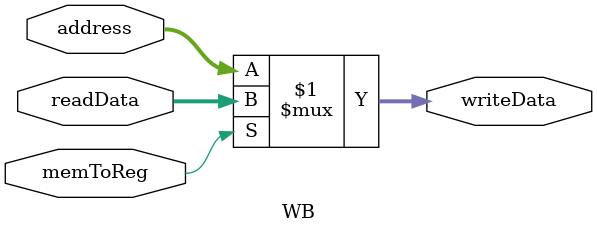
<source format=v>

module WB(writeData, readData, address, memToReg);
  input memToReg;
  input [15:0] readData, address;
  output [15:0] writeData;
  
  assign writeData = (memToReg) ? readData : address;
  
endmodule

</source>
